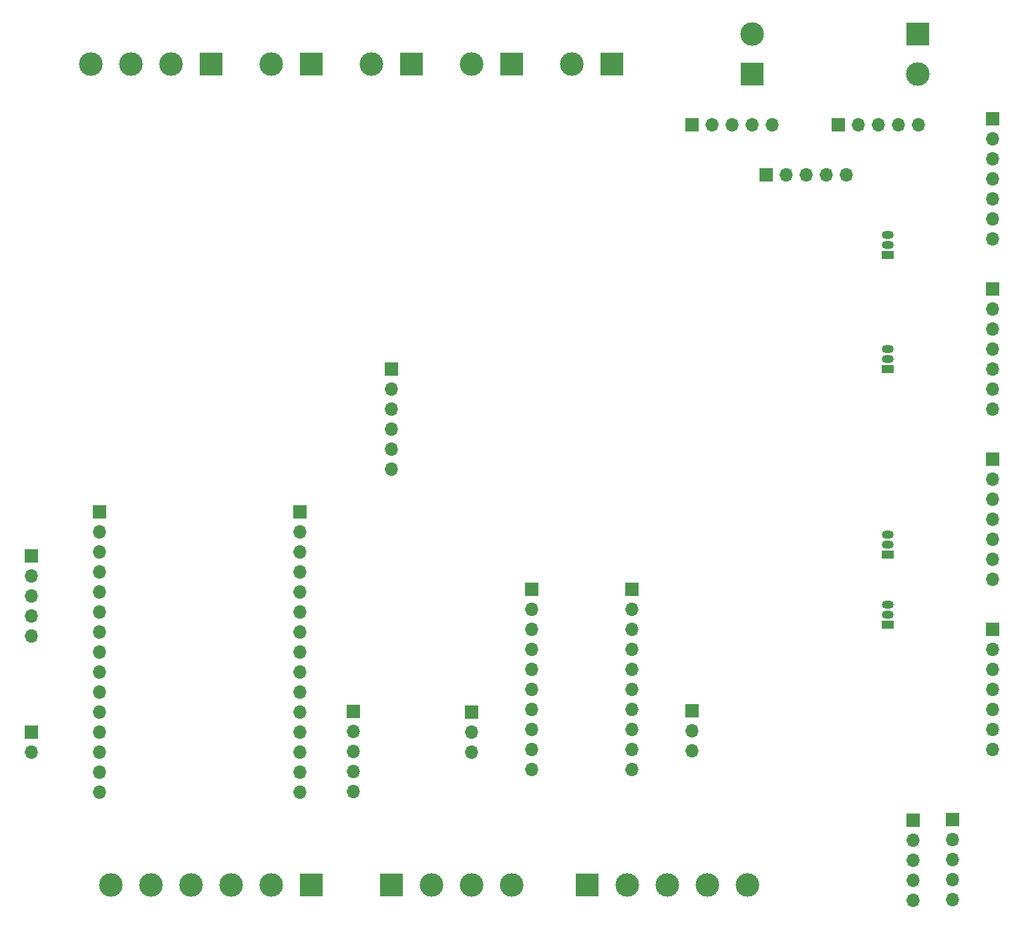
<source format=gbs>
G04 #@! TF.GenerationSoftware,KiCad,Pcbnew,(6.0.7)*
G04 #@! TF.CreationDate,2023-03-12T11:36:07-04:00*
G04 #@! TF.ProjectId,FlyBoxBoard,466c7942-6f78-4426-9f61-72642e6b6963,rev?*
G04 #@! TF.SameCoordinates,Original*
G04 #@! TF.FileFunction,Soldermask,Bot*
G04 #@! TF.FilePolarity,Negative*
%FSLAX46Y46*%
G04 Gerber Fmt 4.6, Leading zero omitted, Abs format (unit mm)*
G04 Created by KiCad (PCBNEW (6.0.7)) date 2023-03-12 11:36:07*
%MOMM*%
%LPD*%
G01*
G04 APERTURE LIST*
%ADD10R,1.500000X1.050000*%
%ADD11O,1.500000X1.050000*%
%ADD12R,3.000000X3.000000*%
%ADD13C,3.000000*%
%ADD14R,1.700000X1.700000*%
%ADD15O,1.700000X1.700000*%
G04 APERTURE END LIST*
D10*
G04 #@! TO.C,J20*
X131445000Y-95885000D03*
D11*
X131445000Y-94615000D03*
X131445000Y-93345000D03*
G04 #@! TD*
D12*
G04 #@! TO.C,J11*
X83820000Y-24765000D03*
D13*
X78740000Y-24765000D03*
G04 #@! TD*
D10*
G04 #@! TO.C,J36*
X131445000Y-63500000D03*
D11*
X131445000Y-62230000D03*
X131445000Y-60960000D03*
G04 #@! TD*
D14*
G04 #@! TO.C,J21*
X78740000Y-106988200D03*
D15*
X78740000Y-109528200D03*
X78740000Y-112068200D03*
G04 #@! TD*
D12*
G04 #@! TO.C,J6*
X93345000Y-128905000D03*
D13*
X98425000Y-128905000D03*
X103505000Y-128905000D03*
X108585000Y-128905000D03*
X113665000Y-128905000D03*
G04 #@! TD*
D14*
G04 #@! TO.C,J27*
X99060000Y-91440000D03*
D15*
X99060000Y-93980000D03*
X99060000Y-96520000D03*
X99060000Y-99060000D03*
X99060000Y-101600000D03*
X99060000Y-104140000D03*
X99060000Y-106680000D03*
X99060000Y-109220000D03*
X99060000Y-111760000D03*
X99060000Y-114300000D03*
G04 #@! TD*
D14*
G04 #@! TO.C,J40*
X144780000Y-74930000D03*
D15*
X144780000Y-77470000D03*
X144780000Y-80010000D03*
X144780000Y-82550000D03*
X144780000Y-85090000D03*
X144780000Y-87630000D03*
X144780000Y-90170000D03*
G04 #@! TD*
D14*
G04 #@! TO.C,J5*
X56926800Y-81588200D03*
D15*
X56926800Y-84128200D03*
X56926800Y-86668200D03*
X56926800Y-89208200D03*
X56926800Y-91748200D03*
X56926800Y-94288200D03*
X56926800Y-96828200D03*
X56926800Y-99368200D03*
X56926800Y-101908200D03*
X56926800Y-104448200D03*
X56926800Y-106988200D03*
X56926800Y-109528200D03*
X56926800Y-112068200D03*
X56926800Y-114608200D03*
X56926800Y-117148200D03*
G04 #@! TD*
D10*
G04 #@! TO.C,J35*
X131445000Y-49022000D03*
D11*
X131445000Y-47752000D03*
X131445000Y-46482000D03*
G04 #@! TD*
D14*
G04 #@! TO.C,J25*
X63754000Y-106934000D03*
D15*
X63754000Y-109474000D03*
X63754000Y-112014000D03*
X63754000Y-114554000D03*
X63754000Y-117094000D03*
G04 #@! TD*
D14*
G04 #@! TO.C,J4*
X68580000Y-63500000D03*
D15*
X68580000Y-66040000D03*
X68580000Y-68580000D03*
X68580000Y-71120000D03*
X68580000Y-73660000D03*
X68580000Y-76200000D03*
G04 #@! TD*
D12*
G04 #@! TO.C,J15*
X58420000Y-128905000D03*
D13*
X53340000Y-128905000D03*
X48260000Y-128905000D03*
X43180000Y-128905000D03*
X38100000Y-128905000D03*
X33020000Y-128905000D03*
G04 #@! TD*
D14*
G04 #@! TO.C,J24*
X116078000Y-38862000D03*
D15*
X118618000Y-38862000D03*
X121158000Y-38862000D03*
X123698000Y-38862000D03*
X126238000Y-38862000D03*
G04 #@! TD*
D12*
G04 #@! TO.C,J10*
X71120000Y-24765000D03*
D13*
X66040000Y-24765000D03*
G04 #@! TD*
D14*
G04 #@! TO.C,J22*
X134645000Y-120680000D03*
D15*
X134645000Y-123220000D03*
X134645000Y-125760000D03*
X134645000Y-128300000D03*
X134645000Y-130840000D03*
G04 #@! TD*
D12*
G04 #@! TO.C,J9*
X45720000Y-24765000D03*
D13*
X40640000Y-24765000D03*
X35560000Y-24765000D03*
X30480000Y-24765000D03*
G04 #@! TD*
D14*
G04 #@! TO.C,J7*
X125222000Y-32512000D03*
D15*
X127762000Y-32512000D03*
X130302000Y-32512000D03*
X132842000Y-32512000D03*
X135382000Y-32512000D03*
G04 #@! TD*
D14*
G04 #@! TO.C,J28*
X106680000Y-106805800D03*
D15*
X106680000Y-109345800D03*
X106680000Y-111885800D03*
G04 #@! TD*
D14*
G04 #@! TO.C,J3*
X31526800Y-81588200D03*
D15*
X31526800Y-84128200D03*
X31526800Y-86668200D03*
X31526800Y-89208200D03*
X31526800Y-91748200D03*
X31526800Y-94288200D03*
X31526800Y-96828200D03*
X31526800Y-99368200D03*
X31526800Y-101908200D03*
X31526800Y-104448200D03*
X31526800Y-106988200D03*
X31526800Y-109528200D03*
X31526800Y-112068200D03*
X31526800Y-114608200D03*
X31526800Y-117148200D03*
G04 #@! TD*
D14*
G04 #@! TO.C,J19*
X22885000Y-109528200D03*
D15*
X22885000Y-112068200D03*
G04 #@! TD*
D14*
G04 #@! TO.C,J39*
X144780000Y-53340000D03*
D15*
X144780000Y-55880000D03*
X144780000Y-58420000D03*
X144780000Y-60960000D03*
X144780000Y-63500000D03*
X144780000Y-66040000D03*
X144780000Y-68580000D03*
G04 #@! TD*
D12*
G04 #@! TO.C,J13*
X58420000Y-24765000D03*
D13*
X53340000Y-24765000D03*
G04 #@! TD*
D12*
G04 #@! TO.C,J12*
X96520000Y-24765000D03*
D13*
X91440000Y-24765000D03*
G04 #@! TD*
D12*
G04 #@! TO.C,J1*
X135255000Y-20955000D03*
D13*
X135255000Y-26035000D03*
G04 #@! TD*
D14*
G04 #@! TO.C,J22*
X139700000Y-120650000D03*
D15*
X139700000Y-123190000D03*
X139700000Y-125730000D03*
X139700000Y-128270000D03*
X139700000Y-130810000D03*
G04 #@! TD*
D14*
G04 #@! TO.C,J26*
X144780000Y-96520000D03*
D15*
X144780000Y-99060000D03*
X144780000Y-101600000D03*
X144780000Y-104140000D03*
X144780000Y-106680000D03*
X144780000Y-109220000D03*
X144780000Y-111760000D03*
G04 #@! TD*
D14*
G04 #@! TO.C,J23*
X86360000Y-91440000D03*
D15*
X86360000Y-93980000D03*
X86360000Y-96520000D03*
X86360000Y-99060000D03*
X86360000Y-101600000D03*
X86360000Y-104140000D03*
X86360000Y-106680000D03*
X86360000Y-109220000D03*
X86360000Y-111760000D03*
X86360000Y-114300000D03*
G04 #@! TD*
D12*
G04 #@! TO.C,J14*
X68580000Y-128905000D03*
D13*
X73660000Y-128905000D03*
X78740000Y-128905000D03*
X83820000Y-128905000D03*
G04 #@! TD*
D10*
G04 #@! TO.C,J37*
X131445000Y-86995000D03*
D11*
X131445000Y-85725000D03*
X131445000Y-84455000D03*
G04 #@! TD*
D12*
G04 #@! TO.C,J2*
X114300000Y-26035000D03*
D13*
X114300000Y-20955000D03*
G04 #@! TD*
D14*
G04 #@! TO.C,J38*
X144780000Y-31750000D03*
D15*
X144780000Y-34290000D03*
X144780000Y-36830000D03*
X144780000Y-39370000D03*
X144780000Y-41910000D03*
X144780000Y-44450000D03*
X144780000Y-46990000D03*
G04 #@! TD*
D14*
G04 #@! TO.C,J8*
X106680000Y-32512000D03*
D15*
X109220000Y-32512000D03*
X111760000Y-32512000D03*
X114300000Y-32512000D03*
X116840000Y-32512000D03*
G04 #@! TD*
D14*
G04 #@! TO.C,J18*
X22885000Y-87146200D03*
D15*
X22885000Y-89686200D03*
X22885000Y-92226200D03*
X22885000Y-94766200D03*
X22885000Y-97306200D03*
G04 #@! TD*
M02*

</source>
